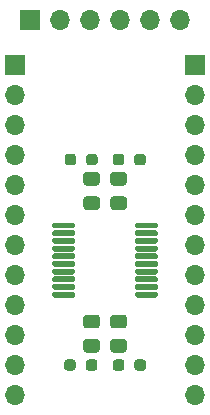
<source format=gbr>
G04 #@! TF.GenerationSoftware,KiCad,Pcbnew,(5.1.10-0-10_14)*
G04 #@! TF.CreationDate,2021-05-24T18:06:32+02:00*
G04 #@! TF.ProjectId,pic-breakout,7069632d-6272-4656-916b-6f75742e6b69,rev?*
G04 #@! TF.SameCoordinates,Original*
G04 #@! TF.FileFunction,Soldermask,Top*
G04 #@! TF.FilePolarity,Negative*
%FSLAX46Y46*%
G04 Gerber Fmt 4.6, Leading zero omitted, Abs format (unit mm)*
G04 Created by KiCad (PCBNEW (5.1.10-0-10_14)) date 2021-05-24 18:06:32*
%MOMM*%
%LPD*%
G01*
G04 APERTURE LIST*
%ADD10O,1.700000X1.700000*%
%ADD11R,1.700000X1.700000*%
G04 APERTURE END LIST*
D10*
X198755000Y-144145000D03*
X198755000Y-141605000D03*
X198755000Y-139065000D03*
X198755000Y-136525000D03*
X198755000Y-133985000D03*
X198755000Y-131445000D03*
X198755000Y-128905000D03*
X198755000Y-126365000D03*
X198755000Y-123825000D03*
X198755000Y-121285000D03*
X198755000Y-118745000D03*
D11*
X198755000Y-116205000D03*
D10*
X183515000Y-144145000D03*
X183515000Y-141605000D03*
X183515000Y-139065000D03*
X183515000Y-136525000D03*
X183515000Y-133985000D03*
X183515000Y-131445000D03*
X183515000Y-128905000D03*
X183515000Y-126365000D03*
X183515000Y-123825000D03*
X183515000Y-121285000D03*
X183515000Y-118745000D03*
D11*
X183515000Y-116205000D03*
G36*
G01*
X192765500Y-123968500D02*
X192765500Y-124443500D01*
G75*
G02*
X192528000Y-124681000I-237500J0D01*
G01*
X192028000Y-124681000D01*
G75*
G02*
X191790500Y-124443500I0J237500D01*
G01*
X191790500Y-123968500D01*
G75*
G02*
X192028000Y-123731000I237500J0D01*
G01*
X192528000Y-123731000D01*
G75*
G02*
X192765500Y-123968500I0J-237500D01*
G01*
G37*
G36*
G01*
X194590500Y-123968500D02*
X194590500Y-124443500D01*
G75*
G02*
X194353000Y-124681000I-237500J0D01*
G01*
X193853000Y-124681000D01*
G75*
G02*
X193615500Y-124443500I0J237500D01*
G01*
X193615500Y-123968500D01*
G75*
G02*
X193853000Y-123731000I237500J0D01*
G01*
X194353000Y-123731000D01*
G75*
G02*
X194590500Y-123968500I0J-237500D01*
G01*
G37*
G36*
G01*
X189528000Y-124443500D02*
X189528000Y-123968500D01*
G75*
G02*
X189765500Y-123731000I237500J0D01*
G01*
X190265500Y-123731000D01*
G75*
G02*
X190503000Y-123968500I0J-237500D01*
G01*
X190503000Y-124443500D01*
G75*
G02*
X190265500Y-124681000I-237500J0D01*
G01*
X189765500Y-124681000D01*
G75*
G02*
X189528000Y-124443500I0J237500D01*
G01*
G37*
G36*
G01*
X187703000Y-124443500D02*
X187703000Y-123968500D01*
G75*
G02*
X187940500Y-123731000I237500J0D01*
G01*
X188440500Y-123731000D01*
G75*
G02*
X188678000Y-123968500I0J-237500D01*
G01*
X188678000Y-124443500D01*
G75*
G02*
X188440500Y-124681000I-237500J0D01*
G01*
X187940500Y-124681000D01*
G75*
G02*
X187703000Y-124443500I0J237500D01*
G01*
G37*
G36*
G01*
X192728001Y-126414000D02*
X191827999Y-126414000D01*
G75*
G02*
X191578000Y-126164001I0J249999D01*
G01*
X191578000Y-125513999D01*
G75*
G02*
X191827999Y-125264000I249999J0D01*
G01*
X192728001Y-125264000D01*
G75*
G02*
X192978000Y-125513999I0J-249999D01*
G01*
X192978000Y-126164001D01*
G75*
G02*
X192728001Y-126414000I-249999J0D01*
G01*
G37*
G36*
G01*
X192728001Y-128464000D02*
X191827999Y-128464000D01*
G75*
G02*
X191578000Y-128214001I0J249999D01*
G01*
X191578000Y-127563999D01*
G75*
G02*
X191827999Y-127314000I249999J0D01*
G01*
X192728001Y-127314000D01*
G75*
G02*
X192978000Y-127563999I0J-249999D01*
G01*
X192978000Y-128214001D01*
G75*
G02*
X192728001Y-128464000I-249999J0D01*
G01*
G37*
G36*
G01*
X190442001Y-126414000D02*
X189541999Y-126414000D01*
G75*
G02*
X189292000Y-126164001I0J249999D01*
G01*
X189292000Y-125513999D01*
G75*
G02*
X189541999Y-125264000I249999J0D01*
G01*
X190442001Y-125264000D01*
G75*
G02*
X190692000Y-125513999I0J-249999D01*
G01*
X190692000Y-126164001D01*
G75*
G02*
X190442001Y-126414000I-249999J0D01*
G01*
G37*
G36*
G01*
X190442001Y-128464000D02*
X189541999Y-128464000D01*
G75*
G02*
X189292000Y-128214001I0J249999D01*
G01*
X189292000Y-127563999D01*
G75*
G02*
X189541999Y-127314000I249999J0D01*
G01*
X190442001Y-127314000D01*
G75*
G02*
X190692000Y-127563999I0J-249999D01*
G01*
X190692000Y-128214001D01*
G75*
G02*
X190442001Y-128464000I-249999J0D01*
G01*
G37*
G36*
G01*
X193685000Y-129915000D02*
X193685000Y-129665000D01*
G75*
G02*
X193810000Y-129540000I125000J0D01*
G01*
X195460000Y-129540000D01*
G75*
G02*
X195585000Y-129665000I0J-125000D01*
G01*
X195585000Y-129915000D01*
G75*
G02*
X195460000Y-130040000I-125000J0D01*
G01*
X193810000Y-130040000D01*
G75*
G02*
X193685000Y-129915000I0J125000D01*
G01*
G37*
G36*
G01*
X193685000Y-130565000D02*
X193685000Y-130315000D01*
G75*
G02*
X193810000Y-130190000I125000J0D01*
G01*
X195460000Y-130190000D01*
G75*
G02*
X195585000Y-130315000I0J-125000D01*
G01*
X195585000Y-130565000D01*
G75*
G02*
X195460000Y-130690000I-125000J0D01*
G01*
X193810000Y-130690000D01*
G75*
G02*
X193685000Y-130565000I0J125000D01*
G01*
G37*
G36*
G01*
X193685000Y-131215000D02*
X193685000Y-130965000D01*
G75*
G02*
X193810000Y-130840000I125000J0D01*
G01*
X195460000Y-130840000D01*
G75*
G02*
X195585000Y-130965000I0J-125000D01*
G01*
X195585000Y-131215000D01*
G75*
G02*
X195460000Y-131340000I-125000J0D01*
G01*
X193810000Y-131340000D01*
G75*
G02*
X193685000Y-131215000I0J125000D01*
G01*
G37*
G36*
G01*
X193685000Y-131865000D02*
X193685000Y-131615000D01*
G75*
G02*
X193810000Y-131490000I125000J0D01*
G01*
X195460000Y-131490000D01*
G75*
G02*
X195585000Y-131615000I0J-125000D01*
G01*
X195585000Y-131865000D01*
G75*
G02*
X195460000Y-131990000I-125000J0D01*
G01*
X193810000Y-131990000D01*
G75*
G02*
X193685000Y-131865000I0J125000D01*
G01*
G37*
G36*
G01*
X193685000Y-132515000D02*
X193685000Y-132265000D01*
G75*
G02*
X193810000Y-132140000I125000J0D01*
G01*
X195460000Y-132140000D01*
G75*
G02*
X195585000Y-132265000I0J-125000D01*
G01*
X195585000Y-132515000D01*
G75*
G02*
X195460000Y-132640000I-125000J0D01*
G01*
X193810000Y-132640000D01*
G75*
G02*
X193685000Y-132515000I0J125000D01*
G01*
G37*
G36*
G01*
X193685000Y-133165000D02*
X193685000Y-132915000D01*
G75*
G02*
X193810000Y-132790000I125000J0D01*
G01*
X195460000Y-132790000D01*
G75*
G02*
X195585000Y-132915000I0J-125000D01*
G01*
X195585000Y-133165000D01*
G75*
G02*
X195460000Y-133290000I-125000J0D01*
G01*
X193810000Y-133290000D01*
G75*
G02*
X193685000Y-133165000I0J125000D01*
G01*
G37*
G36*
G01*
X193685000Y-133815000D02*
X193685000Y-133565000D01*
G75*
G02*
X193810000Y-133440000I125000J0D01*
G01*
X195460000Y-133440000D01*
G75*
G02*
X195585000Y-133565000I0J-125000D01*
G01*
X195585000Y-133815000D01*
G75*
G02*
X195460000Y-133940000I-125000J0D01*
G01*
X193810000Y-133940000D01*
G75*
G02*
X193685000Y-133815000I0J125000D01*
G01*
G37*
G36*
G01*
X193685000Y-134465000D02*
X193685000Y-134215000D01*
G75*
G02*
X193810000Y-134090000I125000J0D01*
G01*
X195460000Y-134090000D01*
G75*
G02*
X195585000Y-134215000I0J-125000D01*
G01*
X195585000Y-134465000D01*
G75*
G02*
X195460000Y-134590000I-125000J0D01*
G01*
X193810000Y-134590000D01*
G75*
G02*
X193685000Y-134465000I0J125000D01*
G01*
G37*
G36*
G01*
X193685000Y-135115000D02*
X193685000Y-134865000D01*
G75*
G02*
X193810000Y-134740000I125000J0D01*
G01*
X195460000Y-134740000D01*
G75*
G02*
X195585000Y-134865000I0J-125000D01*
G01*
X195585000Y-135115000D01*
G75*
G02*
X195460000Y-135240000I-125000J0D01*
G01*
X193810000Y-135240000D01*
G75*
G02*
X193685000Y-135115000I0J125000D01*
G01*
G37*
G36*
G01*
X193685000Y-135765000D02*
X193685000Y-135515000D01*
G75*
G02*
X193810000Y-135390000I125000J0D01*
G01*
X195460000Y-135390000D01*
G75*
G02*
X195585000Y-135515000I0J-125000D01*
G01*
X195585000Y-135765000D01*
G75*
G02*
X195460000Y-135890000I-125000J0D01*
G01*
X193810000Y-135890000D01*
G75*
G02*
X193685000Y-135765000I0J125000D01*
G01*
G37*
G36*
G01*
X186685000Y-135765000D02*
X186685000Y-135515000D01*
G75*
G02*
X186810000Y-135390000I125000J0D01*
G01*
X188460000Y-135390000D01*
G75*
G02*
X188585000Y-135515000I0J-125000D01*
G01*
X188585000Y-135765000D01*
G75*
G02*
X188460000Y-135890000I-125000J0D01*
G01*
X186810000Y-135890000D01*
G75*
G02*
X186685000Y-135765000I0J125000D01*
G01*
G37*
G36*
G01*
X186685000Y-135115000D02*
X186685000Y-134865000D01*
G75*
G02*
X186810000Y-134740000I125000J0D01*
G01*
X188460000Y-134740000D01*
G75*
G02*
X188585000Y-134865000I0J-125000D01*
G01*
X188585000Y-135115000D01*
G75*
G02*
X188460000Y-135240000I-125000J0D01*
G01*
X186810000Y-135240000D01*
G75*
G02*
X186685000Y-135115000I0J125000D01*
G01*
G37*
G36*
G01*
X186685000Y-134465000D02*
X186685000Y-134215000D01*
G75*
G02*
X186810000Y-134090000I125000J0D01*
G01*
X188460000Y-134090000D01*
G75*
G02*
X188585000Y-134215000I0J-125000D01*
G01*
X188585000Y-134465000D01*
G75*
G02*
X188460000Y-134590000I-125000J0D01*
G01*
X186810000Y-134590000D01*
G75*
G02*
X186685000Y-134465000I0J125000D01*
G01*
G37*
G36*
G01*
X186685000Y-133815000D02*
X186685000Y-133565000D01*
G75*
G02*
X186810000Y-133440000I125000J0D01*
G01*
X188460000Y-133440000D01*
G75*
G02*
X188585000Y-133565000I0J-125000D01*
G01*
X188585000Y-133815000D01*
G75*
G02*
X188460000Y-133940000I-125000J0D01*
G01*
X186810000Y-133940000D01*
G75*
G02*
X186685000Y-133815000I0J125000D01*
G01*
G37*
G36*
G01*
X186685000Y-133165000D02*
X186685000Y-132915000D01*
G75*
G02*
X186810000Y-132790000I125000J0D01*
G01*
X188460000Y-132790000D01*
G75*
G02*
X188585000Y-132915000I0J-125000D01*
G01*
X188585000Y-133165000D01*
G75*
G02*
X188460000Y-133290000I-125000J0D01*
G01*
X186810000Y-133290000D01*
G75*
G02*
X186685000Y-133165000I0J125000D01*
G01*
G37*
G36*
G01*
X186685000Y-132515000D02*
X186685000Y-132265000D01*
G75*
G02*
X186810000Y-132140000I125000J0D01*
G01*
X188460000Y-132140000D01*
G75*
G02*
X188585000Y-132265000I0J-125000D01*
G01*
X188585000Y-132515000D01*
G75*
G02*
X188460000Y-132640000I-125000J0D01*
G01*
X186810000Y-132640000D01*
G75*
G02*
X186685000Y-132515000I0J125000D01*
G01*
G37*
G36*
G01*
X186685000Y-131865000D02*
X186685000Y-131615000D01*
G75*
G02*
X186810000Y-131490000I125000J0D01*
G01*
X188460000Y-131490000D01*
G75*
G02*
X188585000Y-131615000I0J-125000D01*
G01*
X188585000Y-131865000D01*
G75*
G02*
X188460000Y-131990000I-125000J0D01*
G01*
X186810000Y-131990000D01*
G75*
G02*
X186685000Y-131865000I0J125000D01*
G01*
G37*
G36*
G01*
X186685000Y-131215000D02*
X186685000Y-130965000D01*
G75*
G02*
X186810000Y-130840000I125000J0D01*
G01*
X188460000Y-130840000D01*
G75*
G02*
X188585000Y-130965000I0J-125000D01*
G01*
X188585000Y-131215000D01*
G75*
G02*
X188460000Y-131340000I-125000J0D01*
G01*
X186810000Y-131340000D01*
G75*
G02*
X186685000Y-131215000I0J125000D01*
G01*
G37*
G36*
G01*
X186685000Y-130565000D02*
X186685000Y-130315000D01*
G75*
G02*
X186810000Y-130190000I125000J0D01*
G01*
X188460000Y-130190000D01*
G75*
G02*
X188585000Y-130315000I0J-125000D01*
G01*
X188585000Y-130565000D01*
G75*
G02*
X188460000Y-130690000I-125000J0D01*
G01*
X186810000Y-130690000D01*
G75*
G02*
X186685000Y-130565000I0J125000D01*
G01*
G37*
G36*
G01*
X186685000Y-129915000D02*
X186685000Y-129665000D01*
G75*
G02*
X186810000Y-129540000I125000J0D01*
G01*
X188460000Y-129540000D01*
G75*
G02*
X188585000Y-129665000I0J-125000D01*
G01*
X188585000Y-129915000D01*
G75*
G02*
X188460000Y-130040000I-125000J0D01*
G01*
X186810000Y-130040000D01*
G75*
G02*
X186685000Y-129915000I0J125000D01*
G01*
G37*
G36*
G01*
X189504500Y-141842500D02*
X189504500Y-141367500D01*
G75*
G02*
X189742000Y-141130000I237500J0D01*
G01*
X190242000Y-141130000D01*
G75*
G02*
X190479500Y-141367500I0J-237500D01*
G01*
X190479500Y-141842500D01*
G75*
G02*
X190242000Y-142080000I-237500J0D01*
G01*
X189742000Y-142080000D01*
G75*
G02*
X189504500Y-141842500I0J237500D01*
G01*
G37*
G36*
G01*
X187679500Y-141842500D02*
X187679500Y-141367500D01*
G75*
G02*
X187917000Y-141130000I237500J0D01*
G01*
X188417000Y-141130000D01*
G75*
G02*
X188654500Y-141367500I0J-237500D01*
G01*
X188654500Y-141842500D01*
G75*
G02*
X188417000Y-142080000I-237500J0D01*
G01*
X187917000Y-142080000D01*
G75*
G02*
X187679500Y-141842500I0J237500D01*
G01*
G37*
G36*
G01*
X192765500Y-141367500D02*
X192765500Y-141842500D01*
G75*
G02*
X192528000Y-142080000I-237500J0D01*
G01*
X192028000Y-142080000D01*
G75*
G02*
X191790500Y-141842500I0J237500D01*
G01*
X191790500Y-141367500D01*
G75*
G02*
X192028000Y-141130000I237500J0D01*
G01*
X192528000Y-141130000D01*
G75*
G02*
X192765500Y-141367500I0J-237500D01*
G01*
G37*
G36*
G01*
X194590500Y-141367500D02*
X194590500Y-141842500D01*
G75*
G02*
X194353000Y-142080000I-237500J0D01*
G01*
X193853000Y-142080000D01*
G75*
G02*
X193615500Y-141842500I0J237500D01*
G01*
X193615500Y-141367500D01*
G75*
G02*
X193853000Y-141130000I237500J0D01*
G01*
X194353000Y-141130000D01*
G75*
G02*
X194590500Y-141367500I0J-237500D01*
G01*
G37*
D10*
X197485000Y-112395000D03*
X194945000Y-112395000D03*
X192405000Y-112395000D03*
X189865000Y-112395000D03*
X187325000Y-112395000D03*
D11*
X184785000Y-112395000D03*
G36*
G01*
X189541999Y-139397000D02*
X190442001Y-139397000D01*
G75*
G02*
X190692000Y-139646999I0J-249999D01*
G01*
X190692000Y-140297001D01*
G75*
G02*
X190442001Y-140547000I-249999J0D01*
G01*
X189541999Y-140547000D01*
G75*
G02*
X189292000Y-140297001I0J249999D01*
G01*
X189292000Y-139646999D01*
G75*
G02*
X189541999Y-139397000I249999J0D01*
G01*
G37*
G36*
G01*
X189541999Y-137347000D02*
X190442001Y-137347000D01*
G75*
G02*
X190692000Y-137596999I0J-249999D01*
G01*
X190692000Y-138247001D01*
G75*
G02*
X190442001Y-138497000I-249999J0D01*
G01*
X189541999Y-138497000D01*
G75*
G02*
X189292000Y-138247001I0J249999D01*
G01*
X189292000Y-137596999D01*
G75*
G02*
X189541999Y-137347000I249999J0D01*
G01*
G37*
G36*
G01*
X191827999Y-139397000D02*
X192728001Y-139397000D01*
G75*
G02*
X192978000Y-139646999I0J-249999D01*
G01*
X192978000Y-140297001D01*
G75*
G02*
X192728001Y-140547000I-249999J0D01*
G01*
X191827999Y-140547000D01*
G75*
G02*
X191578000Y-140297001I0J249999D01*
G01*
X191578000Y-139646999D01*
G75*
G02*
X191827999Y-139397000I249999J0D01*
G01*
G37*
G36*
G01*
X191827999Y-137347000D02*
X192728001Y-137347000D01*
G75*
G02*
X192978000Y-137596999I0J-249999D01*
G01*
X192978000Y-138247001D01*
G75*
G02*
X192728001Y-138497000I-249999J0D01*
G01*
X191827999Y-138497000D01*
G75*
G02*
X191578000Y-138247001I0J249999D01*
G01*
X191578000Y-137596999D01*
G75*
G02*
X191827999Y-137347000I249999J0D01*
G01*
G37*
M02*

</source>
